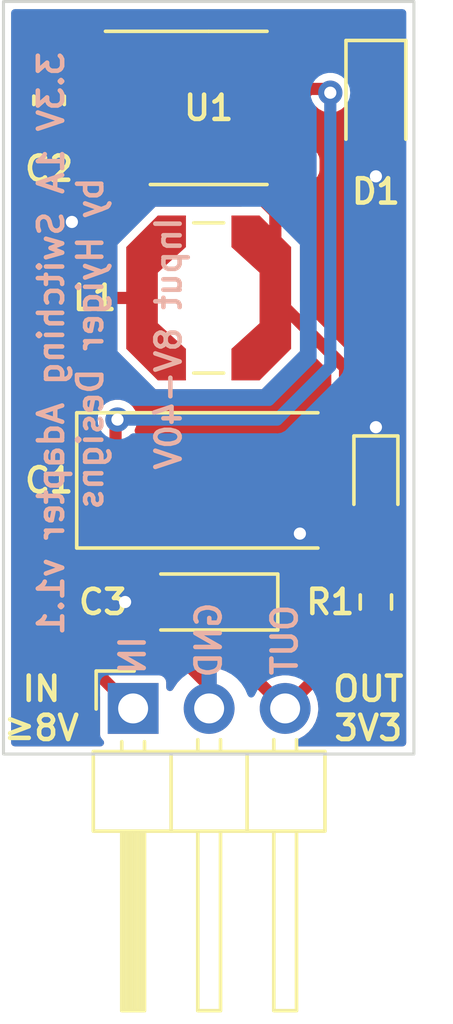
<source format=kicad_pcb>
(kicad_pcb (version 20211014) (generator pcbnew)
  (title_block (date "2022-01-08") (rev "1.1"))
  (layers (0 "F.Cu" signal) (31 "B.Cu" signal) (34 "B.Paste" user) (35 "F.Paste" user) (36 "B.SilkS" user "B.Silkscreen") (37 "F.SilkS" user "F.Silkscreen") (38 "B.Mask" user) (39 "F.Mask" user) (44 "Edge.Cuts" user))
  (net 0 "")
  (net 1 "VCC")
  (net 2 "GND")
  (net 3 "Net-(C2-Pad1)")
  (net 4 "Net-(C2-Pad2)")
  (net 5 "+3V3")
  (net 6 "Net-(D2-Pad2)")
  (footprint "Connector_PinHeader_2.54mm:PinHeader_1x03_P2.54mm_Horizontal" (layer "F.Cu") (at 147.335 123.952 90)
    (fp_text reference "J1" hide)
    (fp_text value "Conn_01x03")
    (fp_line (start -10.1 2.16) (end -10.1 2.92) (layer "F.SilkS") (width 0.12))
    (fp_line (start -1.44 1.27) (end -4.1 1.27) (layer "F.SilkS") (width 0.12))
    (fp_line (start -1.042929 4.7) (end -1.44 4.7) (layer "F.SilkS") (width 0.12))
    (fp_line (start -4.1 -0.2) (end -10.1 -0.2) (layer "F.SilkS") (width 0.12))
    (fp_line (start -1.44 -1.33) (end -1.44 6.41) (layer "F.SilkS") (width 0.12))
    (fp_line (start -4.1 6.41) (end -4.1 -1.33) (layer "F.SilkS") (width 0.12))
    (fp_line (start -4.1 -1.33) (end -1.44 -1.33) (layer "F.SilkS") (width 0.12))
    (fp_line (start -4.1 4.7) (end -10.1 4.7) (layer "F.SilkS") (width 0.12))
    (fp_line (start -0.02 -1.235) (end 1.25 -1.235) (layer "F.SilkS") (width 0.12))
    (fp_line (start -10.1 2.92) (end -4.1 2.92) (layer "F.SilkS") (width 0.12))
    (fp_line (start -4.1 0.04) (end -10.1 0.04) (layer "F.SilkS") (width 0.12))
    (fp_line (start -10.1 -0.38) (end -10.1 0.38) (layer "F.SilkS") (width 0.12))
    (fp_line (start -1.11 -0.38) (end -1.44 -0.38) (layer "F.SilkS") (width 0.12))
    (fp_line (start -4.1 6.41) (end -1.44 6.41) (layer "F.SilkS") (width 0.12))
    (fp_line (start -1.042929 5.46) (end -1.44 5.46) (layer "F.SilkS") (width 0.12))
    (fp_line (start -4.1 0.16) (end -10.1 0.16) (layer "F.SilkS") (width 0.12))
    (fp_line (start 1.25 0.035) (end 1.25 -1.235) (layer "F.SilkS") (width 0.12))
    (fp_line (start -1.11 0.38) (end -1.44 0.38) (layer "F.SilkS") (width 0.12))
    (fp_line (start -1.042929 2.92) (end -1.44 2.92) (layer "F.SilkS") (width 0.12))
    (fp_line (start -4.1 -0.08) (end -10.1 -0.08) (layer "F.SilkS") (width 0.12))
    (fp_line (start -10.1 0.38) (end -4.1 0.38) (layer "F.SilkS") (width 0.12))
    (fp_line (start -4.1 2.16) (end -10.1 2.16) (layer "F.SilkS") (width 0.12))
    (fp_line (start -4.1 -0.32) (end -10.1 -0.32) (layer "F.SilkS") (width 0.12))
    (fp_line (start -10.1 5.46) (end -4.1 5.46) (layer "F.SilkS") (width 0.12))
    (fp_line (start -1.042929 2.16) (end -1.44 2.16) (layer "F.SilkS") (width 0.12))
    (fp_line (start -4.1 0.28) (end -10.1 0.28) (layer "F.SilkS") (width 0.12))
    (fp_line (start -1.44 3.81) (end -4.1 3.81) (layer "F.SilkS") (width 0.12))
    (fp_line (start -10.1 4.7) (end -10.1 5.46) (layer "F.SilkS") (width 0.12))
    (fp_line (start -4.1 -0.38) (end -10.1 -0.38) (layer "F.SilkS") (width 0.12))
    (pad "1" thru_hole rect (at 0 0 90) (size 1.7 1.7) (drill 1) (layers *.Cu *.Mask) (net 1 "VCC"))
    (pad "2" thru_hole oval (at 0 2.54 90) (size 1.7 1.7) (drill 1) (layers *.Cu *.Mask) (net 2 "GND"))
    (pad "3" thru_hole oval (at 0 5.08 90) (size 1.7 1.7) (drill 1) (layers *.Cu *.Mask) (net 5 "+3V3"))
  )
  (footprint "Inductor_SMD:L_Coilcraft_LPS5030" (layer "F.Cu") (at 149.86 110.236)
    (fp_text reference "L1" (at -3.81 0) (layer "F.SilkS") (effects (font (size 0.8128 0.8128) (thickness 0.1524))))
    (fp_text value "47uH")
    (fp_line (start -0.5 -2.51) (end 0.5 -2.51) (layer "F.SilkS") (width 0.12))
    (fp_line (start -0.5 2.51) (end 0.5 2.51) (layer "F.SilkS") (width 0.12))
    (pad "1" smd custom locked (at -2.2275 0) (size 1.055 3.4) (layers "F.Cu" "F.Paste" "F.Mask") (net 4 "Net-(C2-Pad2)") (options (clearance outline) (anchor rect)) (primitives (gr_poly (pts (xy 1.4675 -1.7) (xy 0.5275 -0.8445) (xy 0.5275 0.8445) (xy 1.4675 1.7) (xy 1.4675 2.755) (xy 0.5275 2.755) (xy -0.5275 1.7) (xy -0.5275 -1.7) (xy 0.5275 -2.755) (xy 1.4675 -2.755)) (width 0) (fill yes))))
    (pad "2" smd custom locked (at 2.2275 0) (size 1.055 3.4) (layers "F.Cu" "F.Paste" "F.Mask") (net 5 "+3V3") (options (clearance outline) (anchor rect)) (primitives (gr_poly (pts (xy 0.5275 -1.7) (xy 0.5275 1.7) (xy -0.5275 2.755) (xy -1.4675 2.755) (xy -1.4675 1.7) (xy -0.5275 0.8445) (xy -0.5275 -0.8445) (xy -1.4675 -1.7) (xy -1.4675 -2.755) (xy -0.5275 -2.755)) (width 0) (fill yes))))
  )
  (footprint "LED_SMD:LED_0603_1608Metric" (layer "F.Cu") (at 155.448 116.332 -90)
    (fp_text reference "D2" hide)
    (fp_text value "Red")
    (fp_line (start -1.485 0.735) (end 0.8 0.735) (layer "F.SilkS") (width 0.12))
    (fp_line (start -1.485 -0.735) (end -1.485 0.735) (layer "F.SilkS") (width 0.12))
    (fp_line (start 0.8 -0.735) (end -1.485 -0.735) (layer "F.SilkS") (width 0.12))
    (pad "1" smd roundrect locked (at -0.7875 0 270) (size 0.875 0.95) (layers "F.Cu" "F.Paste" "F.Mask") (net 2 "GND"))
    (pad "2" smd roundrect locked (at 0.7875 0 270) (size 0.875 0.95) (layers "F.Cu" "F.Paste" "F.Mask") (net 6 "Net-(D2-Pad2)"))
  )
  (footprint "Capacitor_SMD:C_0603_1608Metric" (layer "F.Cu") (at 144.526 103.632 90)
    (fp_text reference "C2" (at -2.286 0) (layer "F.SilkS") (effects (font (size 0.8128 0.8128) (thickness 0.1524))))
    (fp_text value "10nF")
    (fp_line (start -0.14058 0.51) (end 0.14058 0.51) (layer "F.SilkS") (width 0.12))
    (fp_line (start -0.14058 -0.51) (end 0.14058 -0.51) (layer "F.SilkS") (width 0.12))
    (pad "1" smd roundrect locked (at -0.775 0 90) (size 0.9 0.95) (layers "F.Cu" "F.Paste" "F.Mask") (net 3 "Net-(C2-Pad1)"))
    (pad "2" smd roundrect locked (at 0.775 0 90) (size 0.9 0.95) (layers "F.Cu" "F.Paste" "F.Mask") (net 4 "Net-(C2-Pad2)"))
  )
  (footprint "Resistor_SMD:R_0603_1608Metric" (layer "F.Cu") (at 155.448 120.396 90)
    (fp_text reference "R1" (at 0 -1.524) (layer "F.SilkS") (effects (font (size 0.8128 0.8128) (thickness 0.1524))))
    (fp_text value "330R")
    (fp_line (start -0.237258 0.5225) (end 0.237258 0.5225) (layer "F.SilkS") (width 0.12))
    (fp_line (start -0.237258 -0.5225) (end 0.237258 -0.5225) (layer "F.SilkS") (width 0.12))
    (pad "1" smd roundrect locked (at -0.825 0 90) (size 0.8 0.95) (layers "F.Cu" "F.Paste" "F.Mask") (net 5 "+3V3"))
    (pad "2" smd roundrect locked (at 0.825 0 90) (size 0.8 0.95) (layers "F.Cu" "F.Paste" "F.Mask") (net 6 "Net-(D2-Pad2)"))
  )
  (footprint "Package_SO:SOIC-8_3.9x4.9mm_P1.27mm" (layer "F.Cu") (at 149.86 103.886)
    (fp_text reference "U1" (at 0 0) (layer "F.SilkS") (effects (font (size 0.8128 0.8128) (thickness 0.1524))))
    (fp_text value "LM2672M-3.3")
    (fp_line (start 0 2.56) (end 1.95 2.56) (layer "F.SilkS") (width 0.12))
    (fp_line (start 0 -2.56) (end -3.45 -2.56) (layer "F.SilkS") (width 0.12))
    (fp_line (start 0 -2.56) (end 1.95 -2.56) (layer "F.SilkS") (width 0.12))
    (fp_line (start 0 2.56) (end -1.95 2.56) (layer "F.SilkS") (width 0.12))
    (pad "1" smd roundrect locked (at -2.475 -1.905) (size 1.95 0.6) (layers "F.Cu" "F.Paste" "F.Mask") (net 3 "Net-(C2-Pad1)"))
    (pad "2" smd roundrect locked (at -2.475 -0.635) (size 1.95 0.6) (layers "F.Cu" "F.Paste" "F.Mask"))
    (pad "3" smd roundrect locked (at -2.475 0.635) (size 1.95 0.6) (layers "F.Cu" "F.Paste" "F.Mask"))
    (pad "4" smd roundrect locked (at -2.475 1.905) (size 1.95 0.6) (layers "F.Cu" "F.Paste" "F.Mask") (net 5 "+3V3"))
    (pad "5" smd roundrect locked (at 2.475 1.905) (size 1.95 0.6) (layers "F.Cu" "F.Paste" "F.Mask"))
    (pad "6" smd roundrect locked (at 2.475 0.635) (size 1.95 0.6) (layers "F.Cu" "F.Paste" "F.Mask") (net 2 "GND"))
    (pad "7" smd roundrect locked (at 2.475 -0.635) (size 1.95 0.6) (layers "F.Cu" "F.Paste" "F.Mask") (net 1 "VCC"))
    (pad "8" smd roundrect locked (at 2.475 -1.905) (size 1.95 0.6) (layers "F.Cu" "F.Paste" "F.Mask") (net 4 "Net-(C2-Pad2)"))
  )
  (footprint "Library:D_PowerDI-323" (layer "F.Cu") (at 155.448 103.632 -90)
    (fp_text reference "D1" (at 3.048 0 180) (layer "F.SilkS") (effects (font (size 0.8128 0.8128) (thickness 0.1524))))
    (fp_text value "PD3S230LQ-7")
    (fp_line (start -2 1) (end 1.3 1) (layer "F.SilkS") (width 0.12))
    (fp_line (start 1.3 -1) (end -2 -1) (layer "F.SilkS") (width 0.12))
    (fp_line (start -2 1) (end -2 -1) (layer "F.SilkS") (width 0.12))
    (pad "1" smd rect (at -0.55 0 90) (size 2 1.1) (layers "F.Cu" "F.Paste" "F.Mask") (net 4 "Net-(C2-Pad2)"))
    (pad "2" smd rect (at 1.35 0 90) (size 0.8 0.8) (layers "F.Cu" "F.Paste" "F.Mask") (net 2 "GND"))
  )
  (footprint "Capacitor_Tantalum_SMD:CP_EIA-3216-18_Kemet-A" (layer "F.Cu") (at 149.86 120.396 180)
    (fp_text reference "C3" (at 3.5335 0) (layer "F.SilkS") (effects (font (size 0.8128 0.8128) (thickness 0.1524))))
    (fp_text value "68uF")
    (fp_line (start -2.31 0.935) (end 1.6 0.935) (layer "F.SilkS") (width 0.12))
    (fp_line (start 1.6 -0.935) (end -2.31 -0.935) (layer "F.SilkS") (width 0.12))
    (fp_line (start -2.31 -0.935) (end -2.31 0.935) (layer "F.SilkS") (width 0.12))
    (pad "1" smd roundrect locked (at -1.35 0 180) (size 1.4 1.35) (layers "F.Cu" "F.Paste" "F.Mask") (roundrect_rratio 0.1851851852) (net 5 "+3V3"))
    (pad "2" smd roundrect locked (at 1.35 0 180) (size 1.4 1.35) (layers "F.Cu" "F.Paste" "F.Mask") (roundrect_rratio 0.1851851852) (net 2 "GND"))
  )
  (footprint "Capacitor_Tantalum_SMD:CP_EIA-7343-43_Kemet-X" (layer "F.Cu") (at 149.86 116.332)
    (fp_text reference "C1" (at -5.334 0) (layer "F.SilkS") (effects (font (size 0.8128 0.8128) (thickness 0.1524))))
    (fp_text value "100uF")
    (fp_line (start 3.65 -2.26) (end -4.41 -2.26) (layer "F.SilkS") (width 0.12))
    (fp_line (start -4.41 2.26) (end 3.65 2.26) (layer "F.SilkS") (width 0.12))
    (fp_line (start -4.41 -2.26) (end -4.41 2.26) (layer "F.SilkS") (width 0.12))
    (pad "1" smd roundrect locked (at -3.1125 0) (size 2.075 2.55) (layers "F.Cu" "F.Paste" "F.Mask") (roundrect_rratio 0.1204819277) (net 1 "VCC"))
    (pad "2" smd roundrect locked (at 3.1125 0) (size 2.075 2.55) (layers "F.Cu" "F.Paste" "F.Mask") (roundrect_rratio 0.1204819277) (net 2 "GND"))
  )
  (gr_rect (start 143.002 100.33) (end 156.718 125.476) (layer "Edge.Cuts") (width 0.1) (fill none))
  (gr_text "IN" (at 147.32 122.174 90) (layer "B.SilkS") (effects (font (size 0.8128 0.8128) (thickness 0.1524)) (justify mirror)))
  (gr_text "OUT" (at 152.4 121.666 90) (layer "B.SilkS") (effects (font (size 0.8128 0.8128) (thickness 0.1524)) (justify mirror)))
  (gr_text "3.3V 1A Switching Adapter v1.1\nby Hyiger Designs\n\nInput 8V-40V" (at 146.558 111.76 90) (layer "B.SilkS") (effects (font (size 0.8128 0.8128) (thickness 0.1524)) (justify mirror)))
  (gr_text "GND" (at 149.86 121.666 90) (layer "B.SilkS") (effects (font (size 0.8128 0.8128) (thickness 0.1524)) (justify mirror)))
  (gr_text "OUT\n3V3" (at 155.194 123.952) (layer "F.SilkS") (effects (font (size 0.8128 0.8128) (thickness 0.1524))))
  (gr_text "IN\n≥8V" (at 144.272 123.952) (layer "F.SilkS") (effects (font (size 0.8128 0.8128) (thickness 0.1524))))
  (segment (start 144.018 120.65) (end 144.018 117.348) (width 0.4064) (layer "F.Cu") (net 1))
  (segment (start 153.797 103.251) (end 152.335 103.251) (width 0.4064) (layer "F.Cu") (net 1))
  (segment (start 146.7475 114.3645) (end 146.812 114.3) (width 0.4064) (layer "F.Cu") (net 1))
  (segment (start 144.018 117.348) (end 145.034 116.332) (width 0.4064) (layer "F.Cu") (net 1))
  (segment (start 153.924 103.378) (end 153.797 103.251) (width 0.4064) (layer "F.Cu") (net 1))
  (segment (start 146.7475 116.332) (end 146.7475 114.3645) (width 0.4064) (layer "F.Cu") (net 1))
  (segment (start 147.32 123.952) (end 144.018 120.65) (width 0.4064) (layer "F.Cu") (net 1))
  (segment (start 145.034 116.332) (end 146.7475 116.332) (width 0.4064) (layer "F.Cu") (net 1))
  (via (at 153.924 103.378) (size 0.8128) (drill 0.4064) (layers "F.Cu" "B.Cu") (net 1))
  (via (at 146.812 114.3) (size 0.8128) (drill 0.4064) (layers "F.Cu" "B.Cu") (net 1))
  (segment (start 152.146 114.3) (end 153.924 112.522) (width 0.4064) (layer "B.Cu") (net 1))
  (segment (start 146.812 114.3) (end 152.146 114.3) (width 0.4064) (layer "B.Cu") (net 1))
  (segment (start 153.924 112.522) (end 153.924 103.378) (width 0.4064) (layer "B.Cu") (net 1))
  (segment (start 148.51 120.396) (end 147.066 120.396) (width 0.4064) (layer "F.Cu") (net 2))
  (segment (start 148.59 120.476) (end 148.59 121.92) (width 0.4064) (layer "F.Cu") (net 2))
  (segment (start 152.335 104.521) (end 153.884 104.521) (width 0.4064) (layer "F.Cu") (net 2))
  (segment (start 154.345 104.982) (end 155.448 104.982) (width 0.4064) (layer "F.Cu") (net 2))
  (segment (start 153.884 104.521) (end 154.345 104.982) (width 0.4064) (layer "F.Cu") (net 2))
  (segment (start 148.59 121.92) (end 149.875 123.205) (width 0.4064) (layer "F.Cu") (net 2))
  (segment (start 155.448 104.982) (end 155.448 106.172) (width 0.4064) (layer "F.Cu") (net 2))
  (segment (start 152.9725 116.332) (end 152.9725 118.0455) (width 0.4064) (layer "F.Cu") (net 2))
  (segment (start 152.9725 118.0455) (end 152.908 118.11) (width 0.4064) (layer "F.Cu") (net 2))
  (segment (start 149.875 123.205) (end 149.875 123.952) (width 0.4064) (layer "F.Cu") (net 2))
  (segment (start 155.448 115.5445) (end 155.448 114.554) (width 0.4064) (layer "F.Cu") (net 2))
  (via (at 152.908 118.11) (size 0.8128) (drill 0.4064) (layers "F.Cu" "B.Cu") (net 2))
  (via (at 145.288 107.696) (size 0.8128) (drill 0.4064) (layers "F.Cu" "B.Cu") (net 2))
  (via (at 155.448 106.172) (size 0.8128) (drill 0.4064) (layers "F.Cu" "B.Cu") (net 2))
  (via (at 147.066 120.396) (size 0.8128) (drill 0.4064) (layers "F.Cu" "B.Cu") (net 2))
  (via (at 155.448 114.554) (size 0.8128) (drill 0.4064) (layers "F.Cu" "B.Cu") (net 2))
  (segment (start 144.526 104.348811) (end 146.893811 101.981) (width 0.4064) (layer "F.Cu") (net 3))
  (segment (start 155.448 103.082) (end 154.347 101.981) (width 0.4064) (layer "F.Cu") (net 4))
  (segment (start 143.51 107.696) (end 146.05 110.236) (width 0.4064) (layer "F.Cu") (net 4))
  (segment (start 143.51 103.632) (end 143.51 107.696) (width 0.4064) (layer "F.Cu") (net 4))
  (segment (start 144.285 102.857) (end 143.51 103.632) (width 0.4064) (layer "F.Cu") (net 4))
  (segment (start 154.347 101.981) (end 152.335 101.981) (width 0.4064) (layer "F.Cu") (net 4))
  (segment (start 151.192 100.838) (end 152.335 101.981) (width 0.4064) (layer "F.Cu") (net 4))
  (segment (start 144.526 101.854) (end 145.542 100.838) (width 0.4064) (layer "F.Cu") (net 4))
  (segment (start 145.542 100.838) (end 151.192 100.838) (width 0.4064) (layer "F.Cu") (net 4))
  (segment (start 146.05 110.236) (end 147.6325 110.236) (width 0.4064) (layer "F.Cu") (net 4))
  (segment (start 144.526 102.857) (end 144.526 101.854) (width 0.4064) (layer "F.Cu") (net 4))
  (segment (start 152.0875 107.3835) (end 152.0875 110.236) (width 0.4064) (layer "F.Cu") (net 5))
  (segment (start 154.41592 112.56442) (end 154.41592 118.63408) (width 0.4064) (layer "F.Cu") (net 5))
  (segment (start 151.21 122.747) (end 152.415 123.952) (width 0.4064) (layer "F.Cu") (net 5))
  (segment (start 154.41592 118.63408) (end 152.654 120.396) (width 0.4064) (layer "F.Cu") (net 5))
  (segment (start 152.415 123.952) (end 155.146 121.221) (width 0.4064) (layer "F.Cu") (net 5))
  (segment (start 150.495 105.791) (end 152.0875 107.3835) (width 0.4064) (layer "F.Cu") (net 5))
  (segment (start 151.21 120.396) (end 151.21 122.747) (width 0.4064) (layer "F.Cu") (net 5))
  (segment (start 155.146 121.221) (end 155.448 121.221) (width 0.4064) (layer "F.Cu") (net 5))
  (segment (start 152.654 120.396) (end 151.21 120.396) (width 0.4064) (layer "F.Cu") (net 5))
  (segment (start 152.0875 110.236) (end 154.41592 112.56442) (width 0.4064) (layer "F.Cu") (net 5))
  (segment (start 147.385 105.791) (end 150.495 105.791) (width 0.4064) (layer "F.Cu") (net 5))
  (segment (start 155.448 117.1195) (end 155.448 119.571) (width 0.4064) (layer "F.Cu") (net 6))
  (zone (net 2) (net_name "GND") (layers F&B.Cu) (connect_pads thru_hole_only (clearance 0.254)) (min_thickness 0.254) (fill yes (thermal_gap 0.508) (thermal_bridge_width 0.508))
    (polygon (pts (xy 156.718 125.476) (xy 143.002 125.476) (xy 143.002 100.33) (xy 156.718 100.33)))
  )
  (zone (net 0) (net_name "") (layers F&B.Cu) (connect_pads (clearance 0)) (min_thickness 0.254)
    (keepout (tracks allowed) (vias allowed) (pads allowed) (copperpour not_allowed) (footprints allowed))
    (fill (thermal_gap 0.508) (thermal_bridge_width 0.508))
    (polygon (pts (xy 152.908 108.458) (xy 152.908 112.014) (xy 151.638 113.284) (xy 148.082 113.284) (xy 146.812 112.014) (xy 146.812 108.458) (xy 148.082 107.188) (xy 151.638 107.188)))
  )
)
</source>
